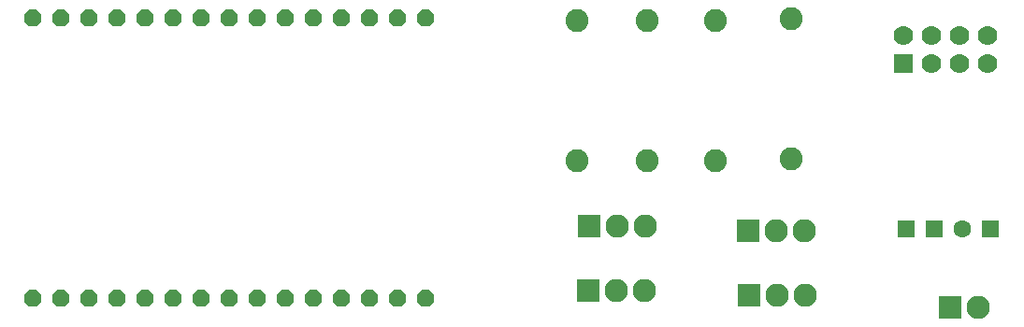
<source format=gbs>
G04 Layer: BottomSolderMaskLayer*
G04 EasyEDA v6.1.41, Thu, 16 May 2019 00:08:59 GMT*
G04 b21515e386d141b59637374f5c53cbe5,dfa15b47affc40b8846523cd8aea0214,10*
G04 Gerber Generator version 0.2*
G04 Scale: 100 percent, Rotated: No, Reflected: No *
G04 Dimensions in millimeters *
G04 leading zeros omitted , absolute positions ,3 integer and 3 decimal *
%FSLAX33Y33*%
%MOMM*%
G90*
G71D02*

%ADD25R,2.103196X2.103196*%
%ADD26C,2.103196*%
%ADD27R,2.108200X2.108200*%
%ADD28C,2.108200*%
%ADD29R,1.778000X1.778000*%
%ADD30C,1.778000*%
%ADD31C,2.082800*%
%ADD32R,1.602740X1.602740*%
%ADD33C,1.602740*%

%LPD*%
G36*
G01X45930Y28798D02*
G01X45486Y29243D01*
G01X45486Y29870D01*
G01X45930Y30315D01*
G01X46560Y30315D01*
G01X47005Y29870D01*
G01X47005Y29243D01*
G01X46560Y28798D01*
G01X45930Y28798D01*
G37*
G36*
G01X43390Y28798D02*
G01X42946Y29243D01*
G01X42946Y29870D01*
G01X43390Y30315D01*
G01X44020Y30315D01*
G01X44465Y29870D01*
G01X44465Y29243D01*
G01X44020Y28798D01*
G01X43390Y28798D01*
G37*
G36*
G01X40850Y28798D02*
G01X40406Y29243D01*
G01X40406Y29870D01*
G01X40850Y30315D01*
G01X41480Y30315D01*
G01X41925Y29870D01*
G01X41925Y29243D01*
G01X41480Y28798D01*
G01X40850Y28798D01*
G37*
G36*
G01X38310Y28798D02*
G01X37866Y29243D01*
G01X37866Y29870D01*
G01X38310Y30315D01*
G01X38940Y30315D01*
G01X39385Y29870D01*
G01X39385Y29243D01*
G01X38940Y28798D01*
G01X38310Y28798D01*
G37*
G36*
G01X35770Y28798D02*
G01X35326Y29243D01*
G01X35326Y29870D01*
G01X35770Y30315D01*
G01X36400Y30315D01*
G01X36845Y29870D01*
G01X36845Y29243D01*
G01X36400Y28798D01*
G01X35770Y28798D01*
G37*
G36*
G01X33230Y28798D02*
G01X32786Y29243D01*
G01X32786Y29870D01*
G01X33230Y30315D01*
G01X33860Y30315D01*
G01X34305Y29870D01*
G01X34305Y29243D01*
G01X33860Y28798D01*
G01X33230Y28798D01*
G37*
G36*
G01X30690Y28798D02*
G01X30246Y29243D01*
G01X30246Y29870D01*
G01X30690Y30315D01*
G01X31320Y30315D01*
G01X31765Y29870D01*
G01X31765Y29243D01*
G01X31320Y28798D01*
G01X30690Y28798D01*
G37*
G36*
G01X28150Y28798D02*
G01X27706Y29243D01*
G01X27706Y29870D01*
G01X28150Y30315D01*
G01X28780Y30315D01*
G01X29225Y29870D01*
G01X29225Y29243D01*
G01X28780Y28798D01*
G01X28150Y28798D01*
G37*
G36*
G01X25610Y28798D02*
G01X25166Y29243D01*
G01X25166Y29870D01*
G01X25610Y30315D01*
G01X26240Y30315D01*
G01X26685Y29870D01*
G01X26685Y29243D01*
G01X26240Y28798D01*
G01X25610Y28798D01*
G37*
G36*
G01X23070Y28798D02*
G01X22626Y29243D01*
G01X22626Y29870D01*
G01X23070Y30315D01*
G01X23700Y30315D01*
G01X24145Y29870D01*
G01X24145Y29243D01*
G01X23700Y28798D01*
G01X23070Y28798D01*
G37*
G36*
G01X20530Y28798D02*
G01X20086Y29243D01*
G01X20086Y29870D01*
G01X20530Y30315D01*
G01X21160Y30315D01*
G01X21605Y29870D01*
G01X21605Y29243D01*
G01X21160Y28798D01*
G01X20530Y28798D01*
G37*
G36*
G01X17990Y28798D02*
G01X17546Y29243D01*
G01X17546Y29870D01*
G01X17990Y30315D01*
G01X18620Y30315D01*
G01X19065Y29870D01*
G01X19065Y29243D01*
G01X18620Y28798D01*
G01X17990Y28798D01*
G37*
G36*
G01X15450Y28798D02*
G01X15006Y29243D01*
G01X15006Y29870D01*
G01X15450Y30315D01*
G01X16080Y30315D01*
G01X16525Y29870D01*
G01X16525Y29243D01*
G01X16080Y28798D01*
G01X15450Y28798D01*
G37*
G36*
G01X12910Y28798D02*
G01X12466Y29243D01*
G01X12466Y29870D01*
G01X12910Y30315D01*
G01X13540Y30315D01*
G01X13985Y29870D01*
G01X13985Y29243D01*
G01X13540Y28798D01*
G01X12910Y28798D01*
G37*
G36*
G01X10370Y28798D02*
G01X9926Y29243D01*
G01X9926Y29870D01*
G01X10370Y30315D01*
G01X11000Y30315D01*
G01X11445Y29870D01*
G01X11445Y29243D01*
G01X11000Y28798D01*
G01X10370Y28798D01*
G37*
G36*
G01X45930Y3398D02*
G01X45486Y3843D01*
G01X45486Y4470D01*
G01X45930Y4915D01*
G01X46560Y4915D01*
G01X47005Y4470D01*
G01X47005Y3843D01*
G01X46560Y3398D01*
G01X45930Y3398D01*
G37*
G36*
G01X43390Y3398D02*
G01X42946Y3843D01*
G01X42946Y4470D01*
G01X43390Y4915D01*
G01X44020Y4915D01*
G01X44465Y4470D01*
G01X44465Y3843D01*
G01X44020Y3398D01*
G01X43390Y3398D01*
G37*
G36*
G01X40850Y3398D02*
G01X40406Y3843D01*
G01X40406Y4470D01*
G01X40850Y4915D01*
G01X41480Y4915D01*
G01X41925Y4470D01*
G01X41925Y3843D01*
G01X41480Y3398D01*
G01X40850Y3398D01*
G37*
G36*
G01X38310Y3398D02*
G01X37866Y3843D01*
G01X37866Y4470D01*
G01X38310Y4915D01*
G01X38940Y4915D01*
G01X39385Y4470D01*
G01X39385Y3843D01*
G01X38940Y3398D01*
G01X38310Y3398D01*
G37*
G36*
G01X35770Y3398D02*
G01X35326Y3843D01*
G01X35326Y4470D01*
G01X35770Y4915D01*
G01X36400Y4915D01*
G01X36845Y4470D01*
G01X36845Y3843D01*
G01X36400Y3398D01*
G01X35770Y3398D01*
G37*
G36*
G01X33230Y3398D02*
G01X32786Y3843D01*
G01X32786Y4470D01*
G01X33230Y4915D01*
G01X33860Y4915D01*
G01X34305Y4470D01*
G01X34305Y3843D01*
G01X33860Y3398D01*
G01X33230Y3398D01*
G37*
G36*
G01X30690Y3398D02*
G01X30246Y3843D01*
G01X30246Y4470D01*
G01X30690Y4915D01*
G01X31320Y4915D01*
G01X31765Y4470D01*
G01X31765Y3843D01*
G01X31320Y3398D01*
G01X30690Y3398D01*
G37*
G36*
G01X28150Y3398D02*
G01X27706Y3843D01*
G01X27706Y4470D01*
G01X28150Y4915D01*
G01X28780Y4915D01*
G01X29225Y4470D01*
G01X29225Y3843D01*
G01X28780Y3398D01*
G01X28150Y3398D01*
G37*
G36*
G01X25610Y3398D02*
G01X25166Y3843D01*
G01X25166Y4470D01*
G01X25610Y4915D01*
G01X26240Y4915D01*
G01X26685Y4470D01*
G01X26685Y3843D01*
G01X26240Y3398D01*
G01X25610Y3398D01*
G37*
G36*
G01X23070Y3398D02*
G01X22626Y3843D01*
G01X22626Y4470D01*
G01X23070Y4915D01*
G01X23700Y4915D01*
G01X24145Y4470D01*
G01X24145Y3843D01*
G01X23700Y3398D01*
G01X23070Y3398D01*
G37*
G36*
G01X20530Y3398D02*
G01X20086Y3843D01*
G01X20086Y4470D01*
G01X20530Y4915D01*
G01X21160Y4915D01*
G01X21605Y4470D01*
G01X21605Y3843D01*
G01X21160Y3398D01*
G01X20530Y3398D01*
G37*
G36*
G01X17990Y3398D02*
G01X17546Y3843D01*
G01X17546Y4470D01*
G01X17990Y4915D01*
G01X18620Y4915D01*
G01X19065Y4470D01*
G01X19065Y3843D01*
G01X18620Y3398D01*
G01X17990Y3398D01*
G37*
G36*
G01X15450Y3398D02*
G01X15006Y3843D01*
G01X15006Y4470D01*
G01X15450Y4915D01*
G01X16080Y4915D01*
G01X16525Y4470D01*
G01X16525Y3843D01*
G01X16080Y3398D01*
G01X15450Y3398D01*
G37*
G36*
G01X12910Y3398D02*
G01X12466Y3843D01*
G01X12466Y4470D01*
G01X12910Y4915D01*
G01X13540Y4915D01*
G01X13985Y4470D01*
G01X13985Y3843D01*
G01X13540Y3398D01*
G01X12910Y3398D01*
G37*
G36*
G01X10370Y3398D02*
G01X9926Y3843D01*
G01X9926Y4470D01*
G01X10370Y4915D01*
G01X11000Y4915D01*
G01X11445Y4470D01*
G01X11445Y3843D01*
G01X11000Y3398D01*
G01X10370Y3398D01*
G37*
G54D25*
G01X93726Y3282D03*
G54D26*
G01X96266Y3282D03*
G54D27*
G01X75438Y10267D03*
G54D28*
G01X77978Y10267D03*
G01X80518Y10267D03*
G54D27*
G01X60960Y4806D03*
G54D28*
G01X63500Y4806D03*
G01X66040Y4806D03*
G54D29*
G01X89535Y25380D03*
G54D30*
G01X89535Y27920D03*
G01X92075Y25380D03*
G01X92075Y27920D03*
G01X94615Y25380D03*
G01X94615Y27920D03*
G01X97155Y25380D03*
G01X97155Y27920D03*
G54D27*
G01X75565Y4425D03*
G54D28*
G01X78105Y4425D03*
G01X80645Y4425D03*
G54D27*
G01X61087Y10648D03*
G54D28*
G01X63627Y10648D03*
G01X66167Y10648D03*
G54D31*
G01X59944Y16617D03*
G01X59944Y29317D03*
G01X72517Y16617D03*
G01X72517Y29317D03*
G01X66294Y16617D03*
G01X66294Y29317D03*
G01X79375Y16744D03*
G01X79375Y29444D03*
G54D32*
G01X89789Y10394D03*
G01X92329Y10394D03*
G54D33*
G01X94869Y10394D03*
G54D32*
G01X97409Y10394D03*
M00*
M02*

</source>
